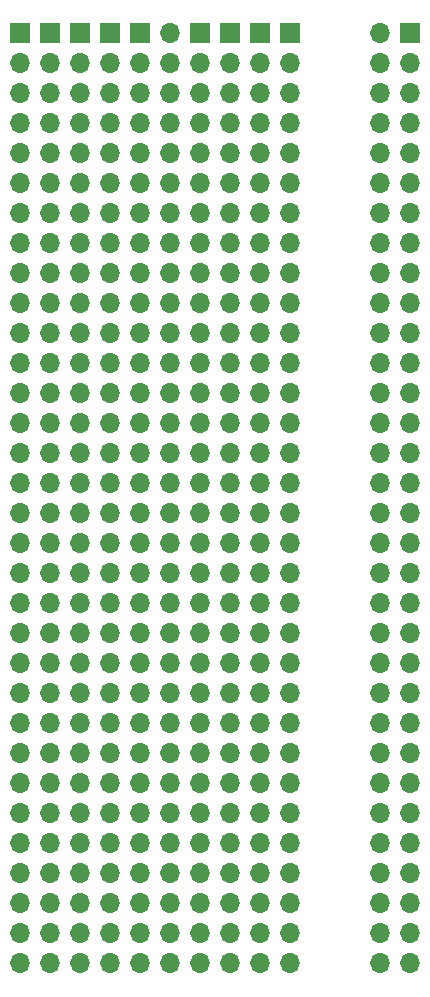
<source format=gts>
G04 #@! TF.GenerationSoftware,KiCad,Pcbnew,(7.0.0)*
G04 #@! TF.CreationDate,2024-09-03T09:04:23-04:00*
G04 #@! TF.ProjectId,LB-BKOUT-02,4c422d42-4b4f-4555-942d-30322e6b6963,1*
G04 #@! TF.SameCoordinates,Original*
G04 #@! TF.FileFunction,Soldermask,Top*
G04 #@! TF.FilePolarity,Negative*
%FSLAX46Y46*%
G04 Gerber Fmt 4.6, Leading zero omitted, Abs format (unit mm)*
G04 Created by KiCad (PCBNEW (7.0.0)) date 2024-09-03 09:04:23*
%MOMM*%
%LPD*%
G01*
G04 APERTURE LIST*
%ADD10R,1.700000X1.700000*%
%ADD11O,1.700000X1.700000*%
G04 APERTURE END LIST*
D10*
X193039999Y-53339999D03*
D11*
X193039999Y-55879999D03*
X193039999Y-58419999D03*
X193039999Y-60959999D03*
X193039999Y-63499999D03*
X193039999Y-66039999D03*
X193039999Y-68579999D03*
X193039999Y-71119999D03*
X193039999Y-73659999D03*
X193039999Y-76199999D03*
X193039999Y-78739999D03*
X193039999Y-81279999D03*
X193039999Y-83819999D03*
X193039999Y-86359999D03*
X193039999Y-88899999D03*
X193039999Y-91439999D03*
X193039999Y-93979999D03*
X193039999Y-96519999D03*
X193039999Y-99059999D03*
X193039999Y-101599999D03*
X193039999Y-104139999D03*
X193039999Y-106679999D03*
X193039999Y-109219999D03*
X193039999Y-111759999D03*
X193039999Y-114299999D03*
X193039999Y-116839999D03*
X193039999Y-119379999D03*
X193039999Y-121919999D03*
X193039999Y-124459999D03*
X193039999Y-126999999D03*
X193039999Y-129539999D03*
X193039999Y-132079999D03*
D10*
X190499999Y-53339999D03*
D11*
X190499999Y-55879999D03*
X190499999Y-58419999D03*
X190499999Y-60959999D03*
X190499999Y-63499999D03*
X190499999Y-66039999D03*
X190499999Y-68579999D03*
X190499999Y-71119999D03*
X190499999Y-73659999D03*
X190499999Y-76199999D03*
X190499999Y-78739999D03*
X190499999Y-81279999D03*
X190499999Y-83819999D03*
X190499999Y-86359999D03*
X190499999Y-88899999D03*
X190499999Y-91439999D03*
X190499999Y-93979999D03*
X190499999Y-96519999D03*
X190499999Y-99059999D03*
X190499999Y-101599999D03*
X190499999Y-104139999D03*
X190499999Y-106679999D03*
X190499999Y-109219999D03*
X190499999Y-111759999D03*
X190499999Y-114299999D03*
X190499999Y-116839999D03*
X190499999Y-119379999D03*
X190499999Y-121919999D03*
X190499999Y-124459999D03*
X190499999Y-126999999D03*
X190499999Y-129539999D03*
X190499999Y-132079999D03*
D10*
X187959999Y-53339999D03*
D11*
X187959999Y-55879999D03*
X187959999Y-58419999D03*
X187959999Y-60959999D03*
X187959999Y-63499999D03*
X187959999Y-66039999D03*
X187959999Y-68579999D03*
X187959999Y-71119999D03*
X187959999Y-73659999D03*
X187959999Y-76199999D03*
X187959999Y-78739999D03*
X187959999Y-81279999D03*
X187959999Y-83819999D03*
X187959999Y-86359999D03*
X187959999Y-88899999D03*
X187959999Y-91439999D03*
X187959999Y-93979999D03*
X187959999Y-96519999D03*
X187959999Y-99059999D03*
X187959999Y-101599999D03*
X187959999Y-104139999D03*
X187959999Y-106679999D03*
X187959999Y-109219999D03*
X187959999Y-111759999D03*
X187959999Y-114299999D03*
X187959999Y-116839999D03*
X187959999Y-119379999D03*
X187959999Y-121919999D03*
X187959999Y-124459999D03*
X187959999Y-126999999D03*
X187959999Y-129539999D03*
X187959999Y-132079999D03*
D10*
X185419999Y-53339999D03*
D11*
X185419999Y-55879999D03*
X185419999Y-58419999D03*
X185419999Y-60959999D03*
X185419999Y-63499999D03*
X185419999Y-66039999D03*
X185419999Y-68579999D03*
X185419999Y-71119999D03*
X185419999Y-73659999D03*
X185419999Y-76199999D03*
X185419999Y-78739999D03*
X185419999Y-81279999D03*
X185419999Y-83819999D03*
X185419999Y-86359999D03*
X185419999Y-88899999D03*
X185419999Y-91439999D03*
X185419999Y-93979999D03*
X185419999Y-96519999D03*
X185419999Y-99059999D03*
X185419999Y-101599999D03*
X185419999Y-104139999D03*
X185419999Y-106679999D03*
X185419999Y-109219999D03*
X185419999Y-111759999D03*
X185419999Y-114299999D03*
X185419999Y-116839999D03*
X185419999Y-119379999D03*
X185419999Y-121919999D03*
X185419999Y-124459999D03*
X185419999Y-126999999D03*
X185419999Y-129539999D03*
X185419999Y-132079999D03*
X182879999Y-132079999D03*
X180339999Y-132079999D03*
X182879999Y-129539999D03*
X180339999Y-129539999D03*
X182879999Y-126999999D03*
X180339999Y-126999999D03*
X182879999Y-124459999D03*
X180339999Y-124459999D03*
X182879999Y-121919999D03*
X180339999Y-121919999D03*
X182879999Y-119379999D03*
X180339999Y-119379999D03*
X182879999Y-116839999D03*
X180339999Y-116839999D03*
X182879999Y-114299999D03*
X180339999Y-114299999D03*
X182879999Y-111759999D03*
X180339999Y-111759999D03*
X182879999Y-109219999D03*
X180339999Y-109219999D03*
X182879999Y-106679999D03*
X180339999Y-106679999D03*
X182879999Y-104139999D03*
X180339999Y-104139999D03*
X182879999Y-101599999D03*
X180339999Y-101599999D03*
X182879999Y-99059999D03*
X180339999Y-99059999D03*
X182879999Y-96519999D03*
X180339999Y-96519999D03*
X182879999Y-93979999D03*
X180339999Y-93979999D03*
X182879999Y-91439999D03*
X180339999Y-91439999D03*
X182879999Y-88899999D03*
X180339999Y-88899999D03*
X182879999Y-86359999D03*
X180339999Y-86359999D03*
X182879999Y-83819999D03*
X180339999Y-83819999D03*
X182879999Y-81279999D03*
X180339999Y-81279999D03*
X182879999Y-78739999D03*
X180339999Y-78739999D03*
X182879999Y-76199999D03*
X180339999Y-76199999D03*
X182879999Y-73659999D03*
X180339999Y-73659999D03*
X182879999Y-71119999D03*
X180339999Y-71119999D03*
X182879999Y-68579999D03*
X180339999Y-68579999D03*
X182879999Y-66039999D03*
X180339999Y-66039999D03*
X182879999Y-63499999D03*
X180339999Y-63499999D03*
X182879999Y-60959999D03*
X180339999Y-60959999D03*
X182879999Y-58419999D03*
X180339999Y-58419999D03*
X182879999Y-55879999D03*
X180339999Y-55879999D03*
X182879999Y-53339999D03*
D10*
X180339999Y-53339999D03*
X177799999Y-53339999D03*
D11*
X177799999Y-55879999D03*
X177799999Y-58419999D03*
X177799999Y-60959999D03*
X177799999Y-63499999D03*
X177799999Y-66039999D03*
X177799999Y-68579999D03*
X177799999Y-71119999D03*
X177799999Y-73659999D03*
X177799999Y-76199999D03*
X177799999Y-78739999D03*
X177799999Y-81279999D03*
X177799999Y-83819999D03*
X177799999Y-86359999D03*
X177799999Y-88899999D03*
X177799999Y-91439999D03*
X177799999Y-93979999D03*
X177799999Y-96519999D03*
X177799999Y-99059999D03*
X177799999Y-101599999D03*
X177799999Y-104139999D03*
X177799999Y-106679999D03*
X177799999Y-109219999D03*
X177799999Y-111759999D03*
X177799999Y-114299999D03*
X177799999Y-116839999D03*
X177799999Y-119379999D03*
X177799999Y-121919999D03*
X177799999Y-124459999D03*
X177799999Y-126999999D03*
X177799999Y-129539999D03*
X177799999Y-132079999D03*
D10*
X175259999Y-53339999D03*
D11*
X175259999Y-55879999D03*
X175259999Y-58419999D03*
X175259999Y-60959999D03*
X175259999Y-63499999D03*
X175259999Y-66039999D03*
X175259999Y-68579999D03*
X175259999Y-71119999D03*
X175259999Y-73659999D03*
X175259999Y-76199999D03*
X175259999Y-78739999D03*
X175259999Y-81279999D03*
X175259999Y-83819999D03*
X175259999Y-86359999D03*
X175259999Y-88899999D03*
X175259999Y-91439999D03*
X175259999Y-93979999D03*
X175259999Y-96519999D03*
X175259999Y-99059999D03*
X175259999Y-101599999D03*
X175259999Y-104139999D03*
X175259999Y-106679999D03*
X175259999Y-109219999D03*
X175259999Y-111759999D03*
X175259999Y-114299999D03*
X175259999Y-116839999D03*
X175259999Y-119379999D03*
X175259999Y-121919999D03*
X175259999Y-124459999D03*
X175259999Y-126999999D03*
X175259999Y-129539999D03*
X175259999Y-132079999D03*
D10*
X172719999Y-53339999D03*
D11*
X172719999Y-55879999D03*
X172719999Y-58419999D03*
X172719999Y-60959999D03*
X172719999Y-63499999D03*
X172719999Y-66039999D03*
X172719999Y-68579999D03*
X172719999Y-71119999D03*
X172719999Y-73659999D03*
X172719999Y-76199999D03*
X172719999Y-78739999D03*
X172719999Y-81279999D03*
X172719999Y-83819999D03*
X172719999Y-86359999D03*
X172719999Y-88899999D03*
X172719999Y-91439999D03*
X172719999Y-93979999D03*
X172719999Y-96519999D03*
X172719999Y-99059999D03*
X172719999Y-101599999D03*
X172719999Y-104139999D03*
X172719999Y-106679999D03*
X172719999Y-109219999D03*
X172719999Y-111759999D03*
X172719999Y-114299999D03*
X172719999Y-116839999D03*
X172719999Y-119379999D03*
X172719999Y-121919999D03*
X172719999Y-124459999D03*
X172719999Y-126999999D03*
X172719999Y-129539999D03*
X172719999Y-132079999D03*
D10*
X170179999Y-53339999D03*
D11*
X170179999Y-55879999D03*
X170179999Y-58419999D03*
X170179999Y-60959999D03*
X170179999Y-63499999D03*
X170179999Y-66039999D03*
X170179999Y-68579999D03*
X170179999Y-71119999D03*
X170179999Y-73659999D03*
X170179999Y-76199999D03*
X170179999Y-78739999D03*
X170179999Y-81279999D03*
X170179999Y-83819999D03*
X170179999Y-86359999D03*
X170179999Y-88899999D03*
X170179999Y-91439999D03*
X170179999Y-93979999D03*
X170179999Y-96519999D03*
X170179999Y-99059999D03*
X170179999Y-101599999D03*
X170179999Y-104139999D03*
X170179999Y-106679999D03*
X170179999Y-109219999D03*
X170179999Y-111759999D03*
X170179999Y-114299999D03*
X170179999Y-116839999D03*
X170179999Y-119379999D03*
X170179999Y-121919999D03*
X170179999Y-124459999D03*
X170179999Y-126999999D03*
X170179999Y-129539999D03*
X170179999Y-132079999D03*
D10*
X203199999Y-53339999D03*
D11*
X200659999Y-53339999D03*
X203199999Y-55879999D03*
X200659999Y-55879999D03*
X203199999Y-58419999D03*
X200659999Y-58419999D03*
X203199999Y-60959999D03*
X200659999Y-60959999D03*
X203199999Y-63499999D03*
X200659999Y-63499999D03*
X203199999Y-66039999D03*
X200659999Y-66039999D03*
X203199999Y-68579999D03*
X200659999Y-68579999D03*
X203199999Y-71119999D03*
X200659999Y-71119999D03*
X203199999Y-73659999D03*
X200659999Y-73659999D03*
X203199999Y-76199999D03*
X200659999Y-76199999D03*
X203199999Y-78739999D03*
X200659999Y-78739999D03*
X203199999Y-81279999D03*
X200659999Y-81279999D03*
X203199999Y-83819999D03*
X200659999Y-83819999D03*
X203199999Y-86359999D03*
X200659999Y-86359999D03*
X203199999Y-88899999D03*
X200659999Y-88899999D03*
X203199999Y-91439999D03*
X200659999Y-91439999D03*
X203199999Y-93979999D03*
X200659999Y-93979999D03*
X203199999Y-96519999D03*
X200659999Y-96519999D03*
X203199999Y-99059999D03*
X200659999Y-99059999D03*
X203199999Y-101599999D03*
X200659999Y-101599999D03*
X203199999Y-104139999D03*
X200659999Y-104139999D03*
X203199999Y-106679999D03*
X200659999Y-106679999D03*
X203199999Y-109219999D03*
X200659999Y-109219999D03*
X203199999Y-111759999D03*
X200659999Y-111759999D03*
X203199999Y-114299999D03*
X200659999Y-114299999D03*
X203199999Y-116839999D03*
X200659999Y-116839999D03*
X203199999Y-119379999D03*
X200659999Y-119379999D03*
X203199999Y-121919999D03*
X200659999Y-121919999D03*
X203199999Y-124459999D03*
X200659999Y-124459999D03*
X203199999Y-126999999D03*
X200659999Y-126999999D03*
X203199999Y-129539999D03*
X200659999Y-129539999D03*
X203199999Y-132079999D03*
X200659999Y-132079999D03*
M02*

</source>
